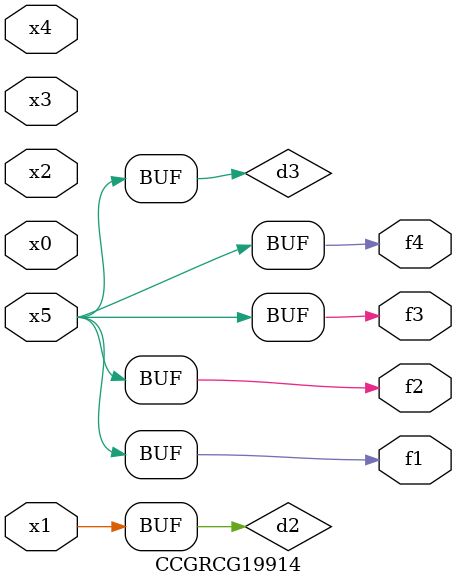
<source format=v>
module CCGRCG19914(
	input x0, x1, x2, x3, x4, x5,
	output f1, f2, f3, f4
);

	wire d1, d2, d3;

	not (d1, x5);
	or (d2, x1);
	xnor (d3, d1);
	assign f1 = d3;
	assign f2 = d3;
	assign f3 = d3;
	assign f4 = d3;
endmodule

</source>
